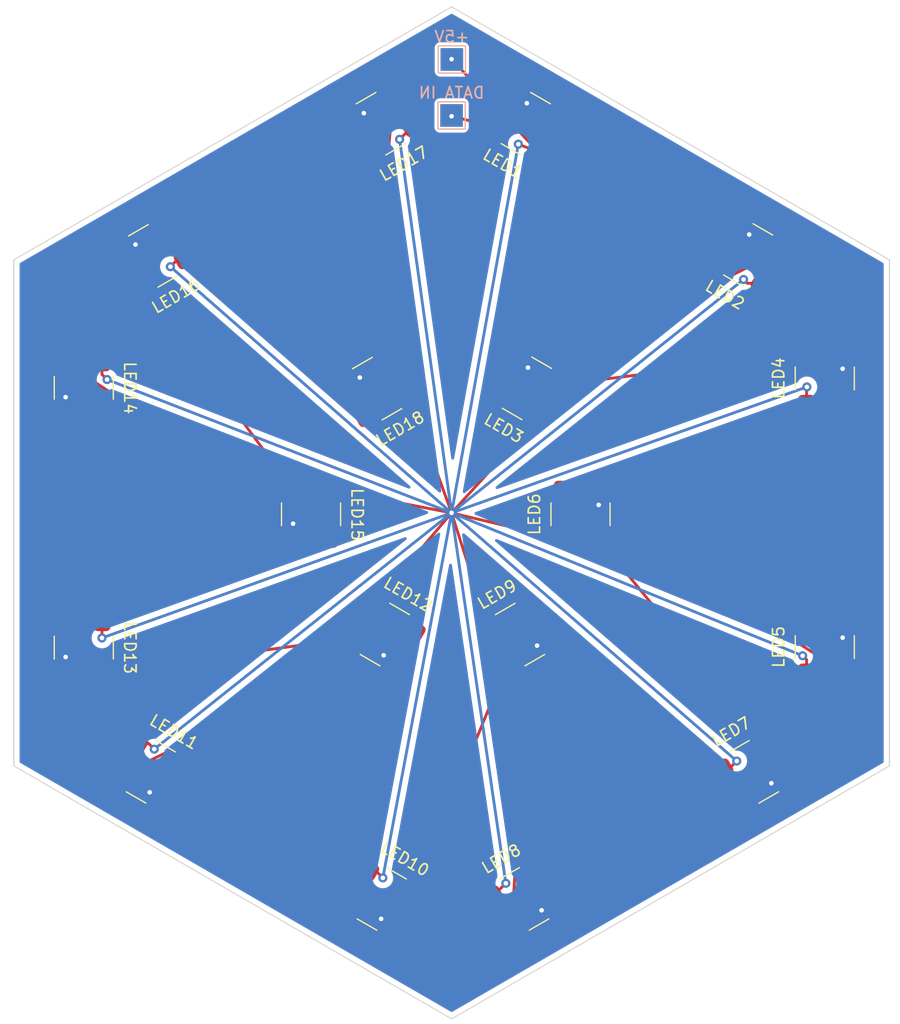
<source format=kicad_pcb>
(kicad_pcb (version 20211014) (generator pcbnew)
  (layers (0 "F.Cu" signal) (31 "B.Cu" signal) (34 "B.Paste" user) (35 "F.Paste" user) (36 "B.SilkS" user "B.Silkscreen") (37 "F.SilkS" user "F.Silkscreen") (38 "B.Mask" user) (39 "F.Mask" user) (44 "Edge.Cuts" user))
  (net 0 "")
  (net 1 "+5V")
  (net 2 "Net-(LED1-Pad2)")
  (net 3 "GND")
  (net 4 "Data IN")
  (net 5 "Net-(LED2-Pad2)")
  (net 6 "Net-(LED4-Pad2)")
  (net 7 "Net-(LED8-Pad2)")
  (net 8 "Net-(LED10-Pad4)")
  (net 9 "Net-(LED10-Pad2)")
  (net 10 "Net-(LED12-Pad2)")
  (net 11 "Net-(LED13-Pad2)")
  (net 12 "Net-(LED15-Pad2)")
  (net 13 "Net-(LED17-Pad2)")
  (net 14 "Net-(LED3-Pad2)")
  (net 15 "Net-(LED5-Pad2)")
  (net 16 "Net-(LED6-Pad2)")
  (net 17 "Net-(LED7-Pad2)")
  (net 18 "Net-(LED11-Pad2)")
  (net 19 "Net-(LED14-Pad2)")
  (net 20 "Net-(LED16-Pad2)")
  (footprint "Components:LED_SK6812RGBW_5050Metric_Pad1.5x1.5mm_HandSolder" (layer "F.Cu") (at 183.025 89.325 90)
    (fp_text reference "LED4" (at 0.01 -4.06 90 unlocked) (layer "F.SilkS"))
    (fp_text value "LED_SK6812RGBW_5050Metric_Pad1.5x1.5mm_HandSolder" hide)
    (fp_line (start -1 -2.6) (end 1 -2.6) (layer "F.SilkS") (width 0.12))
    (fp_line (start -1 2.6) (end 1 2.6) (layer "F.SilkS") (width 0.12))
    (pad "1" smd roundrect (at -2.2 -1.6 90) (size 1.5 1.5) (layers "F.Cu" "F.Paste" "F.Mask") (net 1 "+5V"))
    (pad "2" smd roundrect (at -2.2 1.6 90) (size 1.5 1.5) (layers "F.Cu" "F.Paste" "F.Mask") (net 6 "Net-(LED4-Pad2)"))
    (pad "3" smd roundrect (at 2.2 1.6 90) (size 1.5 1.5) (layers "F.Cu" "F.Paste" "F.Mask") (net 3 "GND"))
    (pad "4" smd roundrect (at 2.2 -1.6 90) (size 1.5 1.5) (layers "F.Cu" "F.Paste" "F.Mask") (net 14 "Net-(LED3-Pad2)"))
  )
  (footprint "Components:LED_SK6812RGBW_5050Metric_Pad1.5x1.5mm_HandSolder" (layer "F.Cu") (at 156.575 135.1 30)
    (fp_text reference "LED8" (at 0.01 -4.06 30 unlocked) (layer "F.SilkS"))
    (fp_text value "LED_SK6812RGBW_5050Metric_Pad1.5x1.5mm_HandSolder" hide)
    (fp_line (start -1 2.6) (end 1 2.6) (layer "F.SilkS") (width 0.12))
    (fp_line (start -1 -2.6) (end 1 -2.6) (layer "F.SilkS") (width 0.12))
    (pad "1" smd roundrect (at -2.2 -1.6 30) (size 1.5 1.5) (layers "F.Cu" "F.Paste" "F.Mask") (net 1 "+5V"))
    (pad "2" smd roundrect (at -2.2 1.6 30) (size 1.5 1.5) (layers "F.Cu" "F.Paste" "F.Mask") (net 7 "Net-(LED8-Pad2)"))
    (pad "3" smd roundrect (at 2.2 1.6 30) (size 1.5 1.5) (layers "F.Cu" "F.Paste" "F.Mask") (net 3 "GND"))
    (pad "4" smd roundrect (at 2.2 -1.6 30) (size 1.5 1.5) (layers "F.Cu" "F.Paste" "F.Mask") (net 17 "Net-(LED7-Pad2)"))
  )
  (footprint "Components:LED_SK6812RGBW_5050Metric_Pad1.5x1.5mm_HandSolder" (layer "F.Cu") (at 143.625 90.225 -150)
    (fp_text reference "LED18" (at 0.01 -4.06 -330 unlocked) (layer "F.SilkS"))
    (fp_text value "LED_SK6812RGBW_5050Metric_Pad1.5x1.5mm_HandSolder" hide)
    (fp_line (start -1 -2.6) (end 1 -2.6) (layer "F.SilkS") (width 0.12))
    (fp_line (start -1 2.6) (end 1 2.6) (layer "F.SilkS") (width 0.12))
    (pad "1" smd roundrect (at -2.2 -1.6 210) (size 1.5 1.5) (layers "F.Cu" "F.Paste" "F.Mask") (net 1 "+5V"))
    (pad "2" smd roundrect (at -2.2 1.6 210) (size 1.5 1.5) (layers "F.Cu" "F.Paste" "F.Mask"))
    (pad "3" smd roundrect (at 2.2 1.6 210) (size 1.5 1.5) (layers "F.Cu" "F.Paste" "F.Mask") (net 3 "GND"))
    (pad "4" smd roundrect (at 2.2 -1.6 210) (size 1.5 1.5) (layers "F.Cu" "F.Paste" "F.Mask") (net 13 "Net-(LED17-Pad2)"))
  )
  (footprint "Components:LED_SK6812RGBW_5050Metric_Pad1.5x1.5mm_HandSolder" (layer "F.Cu") (at 117.8 90.15 -90)
    (fp_text reference "LED14" (at 0.01 -4.06 -90 unlocked) (layer "F.SilkS"))
    (fp_text value "LED_SK6812RGBW_5050Metric_Pad1.5x1.5mm_HandSolder" hide)
    (fp_line (start -1 -2.6) (end 1 -2.6) (layer "F.SilkS") (width 0.12))
    (fp_line (start -1 2.6) (end 1 2.6) (layer "F.SilkS") (width 0.12))
    (pad "1" smd roundrect (at -2.2 -1.6 270) (size 1.5 1.5) (layers "F.Cu" "F.Paste" "F.Mask") (net 1 "+5V"))
    (pad "2" smd roundrect (at -2.2 1.6 270) (size 1.5 1.5) (layers "F.Cu" "F.Paste" "F.Mask") (net 19 "Net-(LED14-Pad2)"))
    (pad "3" smd roundrect (at 2.2 1.6 270) (size 1.5 1.5) (layers "F.Cu" "F.Paste" "F.Mask") (net 3 "GND"))
    (pad "4" smd roundrect (at 2.2 -1.6 270) (size 1.5 1.5) (layers "F.Cu" "F.Paste" "F.Mask") (net 11 "Net-(LED13-Pad2)"))
  )
  (footprint "Components:LED_SK6812RGBW_5050Metric_Pad1.5x1.5mm_HandSolder" (layer "F.Cu") (at 156.705935 66.925 150)
    (fp_text reference "LED1" (at 0.01 -4.06 -30 unlocked) (layer "F.SilkS"))
    (fp_text value "LED_SK6812RGBW_5050Metric_Pad1.5x1.5mm_HandSolder" hide)
    (fp_line (start -1 2.6) (end 1 2.6) (layer "F.SilkS") (width 0.12))
    (fp_line (start -1 -2.6) (end 1 -2.6) (layer "F.SilkS") (width 0.12))
    (pad "1" smd roundrect (at -2.2 -1.6 150) (size 1.5 1.5) (layers "F.Cu" "F.Paste" "F.Mask") (net 1 "+5V"))
    (pad "2" smd roundrect (at -2.2 1.6 150) (size 1.5 1.5) (layers "F.Cu" "F.Paste" "F.Mask") (net 2 "Net-(LED1-Pad2)"))
    (pad "3" smd roundrect (at 2.2 1.6 150) (size 1.5 1.5) (layers "F.Cu" "F.Paste" "F.Mask") (net 3 "GND"))
    (pad "4" smd roundrect (at 2.2 -1.6 150) (size 1.5 1.5) (layers "F.Cu" "F.Paste" "F.Mask") (net 4 "Data IN"))
  )
  (footprint "Components:LED_SK6812RGBW_5050Metric_Pad1.5x1.5mm_HandSolder" (layer "F.Cu") (at 144.025 135.1 -30)
    (fp_text reference "LED10" (at 0.01 -4.06 -30 unlocked) (layer "F.SilkS"))
    (fp_text value "LED_SK6812RGBW_5050Metric_Pad1.5x1.5mm_HandSolder" hide)
    (fp_line (start -1 -2.6) (end 1 -2.6) (layer "F.SilkS") (width 0.12))
    (fp_line (start -1 2.6) (end 1 2.6) (layer "F.SilkS") (width 0.12))
    (pad "1" smd roundrect (at -2.2 -1.6 330) (size 1.5 1.5) (layers "F.Cu" "F.Paste" "F.Mask") (net 1 "+5V"))
    (pad "2" smd roundrect (at -2.2 1.6 330) (size 1.5 1.5) (layers "F.Cu" "F.Paste" "F.Mask") (net 9 "Net-(LED10-Pad2)"))
    (pad "3" smd roundrect (at 2.2 1.6 330) (size 1.5 1.5) (layers "F.Cu" "F.Paste" "F.Mask") (net 3 "GND"))
    (pad "4" smd roundrect (at 2.2 -1.6 330) (size 1.5 1.5) (layers "F.Cu" "F.Paste" "F.Mask") (net 8 "Net-(LED10-Pad4)"))
  )
  (footprint "Components:LED_SK6812RGBW_5050Metric_Pad1.5x1.5mm_HandSolder" (layer "F.Cu") (at 183.025 112.95 90)
    (fp_text reference "LED5" (at 0.01 -4.06 90 unlocked) (layer "F.SilkS"))
    (fp_text value "LED_SK6812RGBW_5050Metric_Pad1.5x1.5mm_HandSolder" hide)
    (fp_line (start -1 2.6) (end 1 2.6) (layer "F.SilkS") (width 0.12))
    (fp_line (start -1 -2.6) (end 1 -2.6) (layer "F.SilkS") (width 0.12))
    (pad "1" smd roundrect (at -2.2 -1.6 90) (size 1.5 1.5) (layers "F.Cu" "F.Paste" "F.Mask") (net 1 "+5V"))
    (pad "2" smd roundrect (at -2.2 1.6 90) (size 1.5 1.5) (layers "F.Cu" "F.Paste" "F.Mask") (net 15 "Net-(LED5-Pad2)"))
    (pad "3" smd roundrect (at 2.2 1.6 90) (size 1.5 1.5) (layers "F.Cu" "F.Paste" "F.Mask") (net 3 "GND"))
    (pad "4" smd roundrect (at 2.2 -1.6 90) (size 1.5 1.5) (layers "F.Cu" "F.Paste" "F.Mask") (net 6 "Net-(LED4-Pad2)"))
  )
  (footprint "Components:LED_SK6812RGBW_5050Metric_Pad1.5x1.5mm_HandSolder" (layer "F.Cu") (at 176.280935 78.475 150)
    (fp_text reference "LED2" (at 0.01 -4.06 330 unlocked) (layer "F.SilkS"))
    (fp_text value "LED_SK6812RGBW_5050Metric_Pad1.5x1.5mm_HandSolder" hide)
    (fp_line (start -1 2.6) (end 1 2.6) (layer "F.SilkS") (width 0.12))
    (fp_line (start -1 -2.6) (end 1 -2.6) (layer "F.SilkS") (width 0.12))
    (pad "1" smd roundrect (at -2.2 -1.6 150) (size 1.5 1.5) (layers "F.Cu" "F.Paste" "F.Mask") (net 1 "+5V"))
    (pad "2" smd roundrect (at -2.2 1.6 150) (size 1.5 1.5) (layers "F.Cu" "F.Paste" "F.Mask") (net 5 "Net-(LED2-Pad2)"))
    (pad "3" smd roundrect (at 2.2 1.6 150) (size 1.5 1.5) (layers "F.Cu" "F.Paste" "F.Mask") (net 3 "GND"))
    (pad "4" smd roundrect (at 2.2 -1.6 150) (size 1.5 1.5) (layers "F.Cu" "F.Paste" "F.Mask") (net 2 "Net-(LED1-Pad2)"))
  )
  (footprint "Components:LED_SK6812RGBW_5050Metric_Pad1.5x1.5mm_HandSolder" (layer "F.Cu") (at 123.9 78.55 -150)
    (fp_text reference "LED16" (at 0.01 -4.06 30 unlocked) (layer "F.SilkS"))
    (fp_text value "LED_SK6812RGBW_5050Metric_Pad1.5x1.5mm_HandSolder" hide)
    (fp_line (start -1 -2.6) (end 1 -2.6) (layer "F.SilkS") (width 0.12))
    (fp_line (start -1 2.6) (end 1 2.6) (layer "F.SilkS") (width 0.12))
    (pad "1" smd roundrect (at -2.2 -1.6 210) (size 1.5 1.5) (layers "F.Cu" "F.Paste" "F.Mask") (net 1 "+5V"))
    (pad "2" smd roundrect (at -2.2 1.6 210) (size 1.5 1.5) (layers "F.Cu" "F.Paste" "F.Mask") (net 20 "Net-(LED16-Pad2)"))
    (pad "3" smd roundrect (at 2.2 1.6 210) (size 1.5 1.5) (layers "F.Cu" "F.Paste" "F.Mask") (net 3 "GND"))
    (pad "4" smd roundrect (at 2.2 -1.6 210) (size 1.5 1.5) (layers "F.Cu" "F.Paste" "F.Mask") (net 12 "Net-(LED15-Pad2)"))
  )
  (footprint "Components:LED_SK6812RGBW_5050Metric_Pad1.5x1.5mm_HandSolder" (layer "F.Cu") (at 123.7 123.925 -30)
    (fp_text reference "LED11" (at 0.01 -4.06 -30 unlocked) (layer "F.SilkS"))
    (fp_text value "LED_SK6812RGBW_5050Metric_Pad1.5x1.5mm_HandSolder" hide)
    (fp_line (start -1 -2.6) (end 1 -2.6) (layer "F.SilkS") (width 0.12))
    (fp_line (start -1 2.6) (end 1 2.6) (layer "F.SilkS") (width 0.12))
    (pad "1" smd roundrect (at -2.2 -1.6 330) (size 1.5 1.5) (layers "F.Cu" "F.Paste" "F.Mask") (net 1 "+5V"))
    (pad "2" smd roundrect (at -2.2 1.6 330) (size 1.5 1.5) (layers "F.Cu" "F.Paste" "F.Mask") (net 18 "Net-(LED11-Pad2)"))
    (pad "3" smd roundrect (at 2.2 1.6 330) (size 1.5 1.5) (layers "F.Cu" "F.Paste" "F.Mask") (net 3 "GND"))
    (pad "4" smd roundrect (at 2.2 -1.6 330) (size 1.5 1.5) (layers "F.Cu" "F.Paste" "F.Mask") (net 9 "Net-(LED10-Pad2)"))
  )
  (footprint "Components:LED_SK6812RGBW_5050Metric_Pad1.5x1.5mm_HandSolder" (layer "F.Cu") (at 144.3 111.85 -30)
    (fp_text reference "LED12" (at 0.01 -4.06 -30 unlocked) (layer "F.SilkS"))
    (fp_text value "LED_SK6812RGBW_5050Metric_Pad1.5x1.5mm_HandSolder" hide)
    (fp_line (start -1 2.6) (end 1 2.6) (layer "F.SilkS") (width 0.12))
    (fp_line (start -1 -2.6) (end 1 -2.6) (layer "F.SilkS") (width 0.12))
    (pad "1" smd roundrect (at -2.2 -1.6 330) (size 1.5 1.5) (layers "F.Cu" "F.Paste" "F.Mask") (net 1 "+5V"))
    (pad "2" smd roundrect (at -2.2 1.6 330) (size 1.5 1.5) (layers "F.Cu" "F.Paste" "F.Mask") (net 10 "Net-(LED12-Pad2)"))
    (pad "3" smd roundrect (at 2.2 1.6 330) (size 1.5 1.5) (layers "F.Cu" "F.Paste" "F.Mask") (net 3 "GND"))
    (pad "4" smd roundrect (at 2.2 -1.6 330) (size 1.5 1.5) (layers "F.Cu" "F.Paste" "F.Mask") (net 18 "Net-(LED11-Pad2)"))
  )
  (footprint "Components:LED_SK6812RGBW_5050Metric_Pad1.5x1.5mm_HandSolder" (layer "F.Cu") (at 143.95 66.925 -150)
    (fp_text reference "LED17" (at 0.01 -4.06 -330 unlocked) (layer "F.SilkS"))
    (fp_text value "LED_SK6812RGBW_5050Metric_Pad1.5x1.5mm_HandSolder" hide)
    (fp_line (start -1 -2.6) (end 1 -2.6) (layer "F.SilkS") (width 0.12))
    (fp_line (start -1 2.6) (end 1 2.6) (layer "F.SilkS") (width 0.12))
    (pad "1" smd roundrect (at -2.2 -1.6 210) (size 1.5 1.5) (layers "F.Cu" "F.Paste" "F.Mask") (net 1 "+5V"))
    (pad "2" smd roundrect (at -2.2 1.6 210) (size 1.5 1.5) (layers "F.Cu" "F.Paste" "F.Mask") (net 13 "Net-(LED17-Pad2)"))
    (pad "3" smd roundrect (at 2.2 1.6 210) (size 1.5 1.5) (layers "F.Cu" "F.Paste" "F.Mask") (net 3 "GND"))
    (pad "4" smd roundrect (at 2.2 -1.6 210) (size 1.5 1.5) (layers "F.Cu" "F.Paste" "F.Mask") (net 20 "Net-(LED16-Pad2)"))
  )
  (footprint "Components:LED_SK6812RGBW_5050Metric_Pad1.5x1.5mm_HandSolder" (layer "F.Cu") (at 156.2 111.85 30)
    (fp_text reference "LED9" (at 0.01 -4.06 30 unlocked) (layer "F.SilkS"))
    (fp_text value "LED_SK6812RGBW_5050Metric_Pad1.5x1.5mm_HandSolder" hide)
    (fp_line (start -1 -2.6) (end 1 -2.6) (layer "F.SilkS") (width 0.12))
    (fp_line (start -1 2.6) (end 1 2.6) (layer "F.SilkS") (width 0.12))
    (pad "1" smd roundrect (at -2.2 -1.6 30) (size 1.5 1.5) (layers "F.Cu" "F.Paste" "F.Mask") (net 1 "+5V"))
    (pad "2" smd roundrect (at -2.2 1.6 30) (size 1.5 1.5) (layers "F.Cu" "F.Paste" "F.Mask") (net 8 "Net-(LED10-Pad4)"))
    (pad "3" smd roundrect (at 2.2 1.6 30) (size 1.5 1.5) (layers "F.Cu" "F.Paste" "F.Mask") (net 3 "GND"))
    (pad "4" smd roundrect (at 2.2 -1.6 30) (size 1.5 1.5) (layers "F.Cu" "F.Paste" "F.Mask") (net 7 "Net-(LED8-Pad2)"))
  )
  (footprint "Components:LED_SK6812RGBW_5050Metric_Pad1.5x1.5mm_HandSolder" (layer "F.Cu") (at 161.525 101.275 90)
    (fp_text reference "LED6" (at 0.01 -4.06 90 unlocked) (layer "F.SilkS"))
    (fp_text value "LED_SK6812RGBW_5050Metric_Pad1.5x1.5mm_HandSolder" hide)
    (fp_line (start -1 2.6) (end 1 2.6) (layer "F.SilkS") (width 0.12))
    (fp_line (start -1 -2.6) (end 1 -2.6) (layer "F.SilkS") (width 0.12))
    (pad "1" smd roundrect (at -2.2 -1.6 90) (size 1.5 1.5) (layers "F.Cu" "F.Paste" "F.Mask") (net 1 "+5V"))
    (pad "2" smd roundrect (at -2.2 1.6 90) (size 1.5 1.5) (layers "F.Cu" "F.Paste" "F.Mask") (net 16 "Net-(LED6-Pad2)"))
    (pad "3" smd roundrect (at 2.2 1.6 90) (size 1.5 1.5) (layers "F.Cu" "F.Paste" "F.Mask") (net 3 "GND"))
    (pad "4" smd roundrect (at 2.2 -1.6 90) (size 1.5 1.5) (layers "F.Cu" "F.Paste" "F.Mask") (net 15 "Net-(LED5-Pad2)"))
  )
  (footprint "Components:LED_SK6812RGBW_5050Metric_Pad1.5x1.5mm_HandSolder" (layer "F.Cu") (at 156.805935 90.2 150)
    (fp_text reference "LED3" (at 0.01 -4.06 330 unlocked) (layer "F.SilkS"))
    (fp_text value "LED_SK6812RGBW_5050Metric_Pad1.5x1.5mm_HandSolder" hide)
    (fp_line (start -1 -2.6) (end 1 -2.6) (layer "F.SilkS") (width 0.12))
    (fp_line (start -1 2.6) (end 1 2.6) (layer "F.SilkS") (width 0.12))
    (pad "1" smd roundrect (at -2.2 -1.6 150) (size 1.5 1.5) (layers "F.Cu" "F.Paste" "F.Mask") (net 1 "+5V"))
    (pad "2" smd roundrect (at -2.2 1.6 150) (size 1.5 1.5) (layers "F.Cu" "F.Paste" "F.Mask") (net 14 "Net-(LED3-Pad2)"))
    (pad "3" smd roundrect (at 2.2 1.6 150) (size 1.5 1.5) (layers "F.Cu" "F.Paste" "F.Mask") (net 3 "GND"))
    (pad "4" smd roundrect (at 2.2 -1.6 150) (size 1.5 1.5) (layers "F.Cu" "F.Paste" "F.Mask") (net 5 "Net-(LED2-Pad2)"))
  )
  (footprint "Components:LED_SK6812RGBW_5050Metric_Pad1.5x1.5mm_HandSolder" (layer "F.Cu") (at 117.8 113 -90)
    (fp_text reference "LED13" (at 0.01 -4.06 -90 unlocked) (layer "F.SilkS"))
    (fp_text value "LED_SK6812RGBW_5050Metric_Pad1.5x1.5mm_HandSolder" hide)
    (fp_line (start -1 -2.6) (end 1 -2.6) (layer "F.SilkS") (width 0.12))
    (fp_line (start -1 2.6) (end 1 2.6) (layer "F.SilkS") (width 0.12))
    (pad "1" smd roundrect (at -2.2 -1.6 270) (size 1.5 1.5) (layers "F.Cu" "F.Paste" "F.Mask") (net 1 "+5V"))
    (pad "2" smd roundrect (at -2.2 1.6 270) (size 1.5 1.5) (layers "F.Cu" "F.Paste" "F.Mask") (net 11 "Net-(LED13-Pad2)"))
    (pad "3" smd roundrect (at 2.2 1.6 270) (size 1.5 1.5) (layers "F.Cu" "F.Paste" "F.Mask") (net 3 "GND"))
    (pad "4" smd roundrect (at 2.2 -1.6 270) (size 1.5 1.5) (layers "F.Cu" "F.Paste" "F.Mask") (net 10 "Net-(LED12-Pad2)"))
  )
  (footprint "Components:LED_SK6812RGBW_5050Metric_Pad1.5x1.5mm_HandSolder" (layer "F.Cu") (at 176.8 123.925 30)
    (fp_text reference "LED7" (at 0.01 -4.06 30 unlocked) (layer "F.SilkS"))
    (fp_text value "LED_SK6812RGBW_5050Metric_Pad1.5x1.5mm_HandSolder" hide)
    (fp_line (start -1 2.6) (end 1 2.6) (layer "F.SilkS") (width 0.12))
    (fp_line (start -1 -2.6) (end 1 -2.6) (layer "F.SilkS") (width 0.12))
    (pad "1" smd roundrect (at -2.2 -1.6 30) (size 1.5 1.5) (layers "F.Cu" "F.Paste" "F.Mask") (net 1 "+5V"))
    (pad "2" smd roundrect (at -2.2 1.6 30) (size 1.5 1.5) (layers "F.Cu" "F.Paste" "F.Mask") (net 17 "Net-(LED7-Pad2)"))
    (pad "3" smd roundrect (at 2.2 1.6 30) (size 1.5 1.5) (layers "F.Cu" "F.Paste" "F.Mask") (net 3 "GND"))
    (pad "4" smd roundrect (at 2.2 -1.6 30) (size 1.5 1.5) (layers "F.Cu" "F.Paste" "F.Mask") (net 16 "Net-(LED6-Pad2)"))
  )
  (footprint "Components:LED_SK6812RGBW_5050Metric_Pad1.5x1.5mm_HandSolder" (layer "F.Cu") (at 137.805935 101.275 -90)
    (fp_text reference "LED15" (at 0.01 -4.06 -90 unlocked) (layer "F.SilkS"))
    (fp_text value "LED_SK6812RGBW_5050Metric_Pad1.5x1.5mm_HandSolder" hide)
    (fp_line (start -1 2.6) (end 1 2.6) (layer "F.SilkS") (width 0.12))
    (fp_line (start -1 -2.6) (end 1 -2.6) (layer "F.SilkS") (width 0.12))
    (pad "1" smd roundrect (at -2.2 -1.6 270) (size 1.5 1.5) (layers "F.Cu" "F.Paste" "F.Mask") (net 1 "+5V"))
    (pad "2" smd roundrect (at -2.2 1.6 270) (size 1.5 1.5) (layers "F.Cu" "F.Paste" "F.Mask") (net 12 "Net-(LED15-Pad2)"))
    (pad "3" smd roundrect (at 2.2 1.6 270) (size 1.5 1.5) (layers "F.Cu" "F.Paste" "F.Mask") (net 3 "GND"))
    (pad "4" smd roundrect (at 2.2 -1.6 270) (size 1.5 1.5) (layers "F.Cu" "F.Paste" "F.Mask") (net 19 "Net-(LED14-Pad2)"))
  )
  (footprint "TestPoint:TestPoint_Pad_2.0x2.0mm" (layer "B.Cu") (at 150.2 61.275 180)
    (fp_text reference "+5V" (at 0 1.998) (layer "B.SilkS") (effects (justify mirror)))
    (fp_text value "TestPoint_Pad_2.0x2.0mm" hide)
    (fp_line (start 1.2 1.2) (end 1.2 -1.2) (layer "B.SilkS") (width 0.12))
    (fp_line (start 1.2 -1.2) (end -1.2 -1.2) (layer "B.SilkS") (width 0.12))
    (fp_line (start -1.2 -1.2) (end -1.2 1.2) (layer "B.SilkS") (width 0.12))
    (fp_line (start -1.2 1.2) (end 1.2 1.2) (layer "B.SilkS") (width 0.12))
    (pad "1" smd rect (at 0 0 180) (size 2 2) (layers "B.Cu" "B.Mask"))
  )
  (footprint "TestPoint:TestPoint_Pad_2.0x2.0mm" (layer "B.Cu") (at 150.175 66.2 180)
    (fp_text reference "DATA IN" (at 0 1.998) (layer "B.SilkS") (effects (justify mirror)))
    (fp_text value "TestPoint_Pad_2.0x2.0mm" hide)
    (fp_line (start 1.2 1.2) (end 1.2 -1.2) (layer "B.SilkS") (width 0.12))
    (fp_line (start 1.2 -1.2) (end -1.2 -1.2) (layer "B.SilkS") (width 0.12))
    (fp_line (start -1.2 -1.2) (end -1.2 1.2) (layer "B.SilkS") (width 0.12))
    (fp_line (start -1.2 1.2) (end 1.2 1.2) (layer "B.SilkS") (width 0.12))
    (pad "1" smd rect (at 0 0 180) (size 2 2) (layers "B.Cu" "B.Mask"))
  )
  (gr_line (start 150.180935 56.65) (end 111.642805 78.9) (layer "Edge.Cuts") (width 0.1))
  (gr_line (start 111.642805 123.4) (end 150.180935 145.65) (layer "Edge.Cuts") (width 0.1))
  (gr_line (start 188.719065 78.9) (end 150.180935 56.65) (layer "Edge.Cuts") (width 0.1))
  (gr_line (start 188.719065 123.4) (end 188.719065 78.9) (layer "Edge.Cuts") (width 0.1))
  (gr_line (start 111.642805 123.4) (end 111.642805 78.9) (layer "Edge.Cuts") (width 0.1))
  (gr_line (start 150.180935 145.65) (end 188.719066 123.4) (layer "Edge.Cuts") (width 0.1))
  (segment (start 143.489359 132.614359) (end 144.125 133.25) (width 0.25) (layer "F.Cu") (net 1))
  (segment (start 181.425 114.064031) (end 181.425 115.15) (width 0.25) (layer "F.Cu") (net 1))
  (segment (start 157.811191 69.410641) (end 156.05 68.725) (width 0.25) (layer "F.Cu") (net 1))
  (segment (start 146.655256 67.244744) (end 145.6 68.3) (width 0.25) (layer "F.Cu") (net 1))
  (segment (start 177.386191 80.960641) (end 176.210641 80.960641) (width 0.25) (layer "F.Cu") (net 1))
  (segment (start 181.425 91.525) (end 181.425 90.1) (width 0.25) (layer "F.Cu") (net 1))
  (segment (start 153.869744 134.814359) (end 153.869744 134.805256) (width 0.25) (layer "F.Cu") (net 1))
  (segment (start 146.330256 90.510641) (end 150.175 101.15) (width 0.25) (layer "F.Cu") (net 1))
  (segment (start 176.210641 80.960641) (end 175.875 80.625) (width 0.25) (layer "F.Cu") (net 1))
  (segment (start 143.194744 109.364359) (end 143.310641 109.364359) (width 0.25) (layer "F.Cu") (net 1))
  (segment (start 126.605256 78.835641) (end 126.089359 78.835641) (width 0.25) (layer "F.Cu") (net 1))
  (segment (start 153.494744 111.564359) (end 150.175 101.15) (width 0.25) (layer "F.Cu") (net 1))
  (segment (start 143.194744 109.364359) (end 150.175 101.15) (width 0.25) (layer "F.Cu") (net 1))
  (segment (start 159.925 103.475) (end 150.175 101.15) (width 0.25) (layer "F.Cu") (net 1))
  (segment (start 146.655256 67.210641) (end 146.655256 67.244744) (width 0.25) (layer "F.Cu") (net 1))
  (segment (start 157.811191 69.410641) (end 150.175 61.25) (width 0.25) (layer "F.Cu") (net 1))
  (segment (start 119.4 88.975) (end 119.85 89.425) (width 0.25) (layer "F.Cu") (net 1))
  (segment (start 139.405935 99.075) (end 150.175 101.15) (width 0.25) (layer "F.Cu") (net 1))
  (segment (start 174.094744 123.639359) (end 174.610641 123.639359) (width 0.25) (layer "F.Cu") (net 1))
  (segment (start 124.002495 121.929097) (end 123.512757 121.439359) (width 0.25) (layer "F.Cu") (net 1))
  (segment (start 181.425 90.1) (end 181.45 90.075) (width 0.25) (layer "F.Cu") (net 1))
  (segment (start 181.075702 113.714733) (end 181.425 114.064031) (width 0.25) (layer "F.Cu") (net 1))
  (segment (start 119.4 110.8) (end 119.4 112.15) (width 0.25) (layer "F.Cu") (net 1))
  (segment (start 174.610641 123.639359) (end 175.275 122.975) (width 0.25) (layer "F.Cu") (net 1))
  (segment (start 153.869744 134.805256) (end 154.95 133.725) (width 0.25) (layer "F.Cu") (net 1))
  (segment (start 157.911191 92.685641) (end 150.175 101.15) (width 0.25) (layer "F.Cu") (net 1))
  (segment (start 123.512757 121.439359) (end 122.594744 121.439359) (width 0.25) (layer "F.Cu") (net 1))
  (segment (start 126.089359 78.835641) (end 125.425 79.5) (width 0.25) (layer "F.Cu") (net 1))
  (segment (start 157.911191 92.685641) (end 157.911191 93.138809) (width 0.25) (layer "F.Cu") (net 1))
  (segment (start 119.4 87.95) (end 119.4 88.975) (width 0.25) (layer "F.Cu") (net 1))
  (segment (start 142.919744 132.614359) (end 143.489359 132.614359) (width 0.25) (layer "F.Cu") (net 1))
  (via (at 124.002495 121.929097) (size 0.8) (drill 0.4) (layers "F.Cu" "B.Cu") (net 1))
  (via (at 175.875 80.625) (size 0.8) (drill 0.4) (layers "F.Cu" "B.Cu") (net 1))
  (via (at 181.075702 113.714733) (size 0.8) (drill 0.4) (layers "F.Cu" "B.Cu") (net 1))
  (via (at 119.85 89.425) (size 0.8) (drill 0.4) (layers "F.Cu" "B.Cu") (net 1))
  (via (at 181.45 90.075) (size 0.8) (drill 0.4) (layers "F.Cu" "B.Cu") (net 1))
  (via (at 150.175 61.25) (size 0.8) (drill 0.4) (layers "F.Cu" "B.Cu") (net 1))
  (via (at 144.125 133.25) (size 0.8) (drill 0.4) (layers "F.Cu" "B.Cu") (net 1))
  (via (at 150.175 101.15) (size 0.8) (drill 0.4) (layers "F.Cu" "B.Cu") (net 1))
  (via (at 125.425 79.5) (size 0.8) (drill 0.4) (layers "F.Cu" "B.Cu") (net 1))
  (via (at 156.05 68.725) (size 0.8) (drill 0.4) (layers "F.Cu" "B.Cu") (net 1))
  (via (at 145.6 68.3) (size 0.8) (drill 0.4) (layers "F.Cu" "B.Cu") (net 1))
  (via (at 175.275 122.975) (size 0.8) (drill 0.4) (layers "F.Cu" "B.Cu") (net 1))
  (via (at 154.95 133.725) (size 0.8) (drill 0.4) (layers "F.Cu" "B.Cu") (net 1))
  (via (at 119.4 112.15) (size 0.8) (drill 0.4) (layers "F.Cu" "B.Cu") (net 1))
  (segment (start 119.4 112.15) (end 150.175 101.15) (width 0.25) (layer "B.Cu") (net 1))
  (segment (start 125.425 79.5) (end 150.175 101.15) (width 0.25) (layer "B.Cu") (net 1))
  (segment (start 181.45 90.075) (end 150.175 101.15) (width 0.25) (layer "B.Cu") (net 1))
  (segment (start 119.85 89.425) (end 150.175 101.15) (width 0.25) (layer "B.Cu") (net 1))
  (segment (start 124.002495 121.929097) (end 150.175 101.15) (width 0.25) (layer "B.Cu") (net 1))
  (segment (start 175.875 80.625) (end 150.175 101.15) (width 0.25) (layer "B.Cu") (net 1))
  (segment (start 156.05 68.725) (end 150.175 101.15) (width 0.25) (layer "B.Cu") (net 1))
  (segment (start 181.075702 113.714733) (end 150.175 101.15) (width 0.25) (layer "B.Cu") (net 1))
  (segment (start 175.275 122.975) (end 150.175 101.15) (width 0.25) (layer "B.Cu") (net 1))
  (segment (start 144.125 133.25) (end 150.175 101.15) (width 0.25) (layer "B.Cu") (net 1))
  (segment (start 154.95 133.725) (end 150.175 101.15) (width 0.25) (layer "B.Cu") (net 1))
  (segment (start 145.6 68.3) (end 150.175 101.15) (width 0.25) (layer "B.Cu") (net 1))
  (segment (start 159.411191 66.639359) (end 173.575679 78.760641) (width 0.25) (layer "F.Cu") (net 2))
  (segment (start 155.600679 64.439359) (end 156.114359 64.439359) (width 0.25) (layer "F.Cu") (net 3))
  (segment (start 175.175679 75.989359) (end 175.689359 75.989359) (width 0.25) (layer "F.Cu") (net 3))
  (segment (start 155.700679 87.714359) (end 156.239359 87.714359) (width 0.25) (layer "F.Cu") (net 3))
  (segment (start 175.689359 75.989359) (end 176.375 76.675) (width 0.25) (layer "F.Cu") (net 3))
  (segment (start 136.205935 102.119065) (end 136.225 102.1) (width 0.25) (layer "F.Cu") (net 3))
  (segment (start 144.710641 137.585641) (end 143.975 136.85) (width 0.25) (layer "F.Cu") (net 3))
  (segment (start 124.805256 126.410641) (end 124.285641 126.410641) (width 0.25) (layer "F.Cu") (net 3))
  (segment (start 156.114359 64.439359) (end 156.8 65.125) (width 0.25) (layer "F.Cu") (net 3))
  (segment (start 179.039359 124.210641) (end 178.325 124.925) (width 0.25) (layer "F.Cu") (net 3))
  (segment (start 116.2 115.2) (end 116.2 113.825) (width 0.25) (layer "F.Cu") (net 3))
  (segment (start 184.625 88.45) (end 184.6 88.475) (width 0.25) (layer "F.Cu") (net 3))
  (segment (start 184.625 110.75) (end 184.625 112.1) (width 0.25) (layer "F.Cu") (net 3))
  (segment (start 158.389359 112.135641) (end 157.7 112.825) (width 0.25) (layer "F.Cu") (net 3))
  (segment (start 145.130256 137.585641) (end 144.710641 137.585641) (width 0.25) (layer "F.Cu") (net 3))
  (segment (start 121.194744 78.264359) (end 121.635641 78.264359) (width 0.25) (layer "F.Cu") (net 3))
  (segment (start 124.285641 126.410641) (end 123.6 125.725) (width 0.25) (layer "F.Cu") (net 3))
  (segment (start 163.125 99.075) (end 163.125 100.45) (width 0.25) (layer "F.Cu") (net 3))
  (segment (start 144.860641 114.335641) (end 144.2 113.675) (width 0.25) (layer "F.Cu") (net 3))
  (segment (start 156.239359 87.714359) (end 156.9 88.375) (width 0.25) (layer "F.Cu") (net 3))
  (segment (start 141.810641 66.639359) (end 142.45 66) (width 0.25) (layer "F.Cu") (net 3))
  (segment (start 159.280256 135.385641) (end 158.814359 135.385641) (width 0.25) (layer "F.Cu") (net 3))
  (segment (start 141.410641 89.939359) (end 142.1 89.25) (width 0.25) (layer "F.Cu") (net 3))
  (segment (start 184.625 87.125) (end 184.625 88.45) (width 0.25) (layer "F.Cu") (net 3))
  (segment (start 184.625 112.1) (end 184.6 112.125) (width 0.25) (layer "F.Cu") (net 3))
  (segment (start 136.205935 103.475) (end 136.205935 102.119065) (width 0.25) (layer "F.Cu") (net 3))
  (segment (start 145.405256 114.335641) (end 144.860641 114.335641) (width 0.25) (layer "F.Cu") (net 3))
  (segment (start 141.244744 66.639359) (end 141.810641 66.639359) (width 0.25) (layer "F.Cu") (net 3))
  (segment (start 121.635641 78.264359) (end 122.35 77.55) (width 0.25) (layer "F.Cu") (net 3))
  (segment (start 179.505256 124.210641) (end 179.039359 124.210641) (width 0.25) (layer "F.Cu") (net 3))
  (segment (start 158.905256 112.135641) (end 158.389359 112.135641) (width 0.25) (layer "F.Cu") (net 3))
  (segment (start 140.919744 89.939359) (end 141.410641 89.939359) (width 0.25) (layer "F.Cu") (net 3))
  (segment (start 116.2 92.35) (end 116.2 90.975) (width 0.25) (layer "F.Cu") (net 3))
  (segment (start 158.814359 135.385641) (end 158.1 136.1) (width 0.25) (layer "F.Cu") (net 3))
  (via (at 184.6 88.475) (size 0.8) (drill 0.4) (layers "F.Cu" "B.Cu") (net 3))
  (via (at 163.125 100.45) (size 0.8) (drill 0.4) (layers "F.Cu" "B.Cu") (net 3))
  (via (at 116.2 113.825) (size 0.8) (drill 0.4) (layers "F.Cu" "B.Cu") (net 3))
  (via (at 158.1 136.1) (size 0.8) (drill 0.4) (layers "F.Cu" "B.Cu") (net 3))
  (via (at 156.8 65.125) (size 0.8) (drill 0.4) (layers "F.Cu" "B.Cu") (net 3))
  (via (at 184.6 112.125) (size 0.8) (drill 0.4) (layers "F.Cu" "B.Cu") (net 3))
  (via (at 122.35 77.55) (size 0.8) (drill 0.4) (layers "F.Cu" "B.Cu") (net 3))
  (via (at 142.45 66) (size 0.8) (drill 0.4) (layers "F.Cu" "B.Cu") (net 3))
  (via (at 144.2 113.675) (size 0.8) (drill 0.4) (layers "F.Cu" "B.Cu") (net 3))
  (via (at 136.225 102.1) (size 0.8) (drill 0.4) (layers "F.Cu" "B.Cu") (net 3))
  (via (at 156.9 88.375) (size 0.8) (drill 0.4) (layers "F.Cu" "B.Cu") (net 3))
  (via (at 176.375 76.675) (size 0.8) (drill 0.4) (layers "F.Cu" "B.Cu") (net 3))
  (via (at 123.6 125.725) (size 0.8) (drill 0.4) (layers "F.Cu" "B.Cu") (net 3))
  (via (at 143.975 136.85) (size 0.8) (drill 0.4) (layers "F.Cu" "B.Cu") (net 3))
  (via (at 157.7 112.825) (size 0.8) (drill 0.4) (layers "F.Cu" "B.Cu") (net 3))
  (via (at 178.325 124.925) (size 0.8) (drill 0.4) (layers "F.Cu" "B.Cu") (net 3))
  (via (at 116.2 90.975) (size 0.8) (drill 0.4) (layers "F.Cu" "B.Cu") (net 3))
  (via (at 142.1 89.25) (size 0.8) (drill 0.4) (layers "F.Cu" "B.Cu") (net 3))
  (segment (start 154.000679 67.210641) (end 150.175 66.275) (width 0.25) (layer "F.Cu") (net 4))
  (via (at 150.175 66.275) (size 0.8) (drill 0.4) (layers "F.Cu" "B.Cu") (net 4))
  (segment (start 155.275 90.025) (end 154.100679 90.485641) (width 0.25) (layer "F.Cu") (net 5))
  (segment (start 178.986191 78.189359) (end 155.275 90.025) (width 0.25) (layer "F.Cu") (net 5))
  (segment (start 184.625 91.525) (end 181.425 110.75) (width 0.25) (layer "F.Cu") (net 6))
  (segment (start 157.037365 111.037635) (end 157.305256 109.364359) (width 0.25) (layer "F.Cu") (net 7))
  (segment (start 157.037365 111.237365) (end 157.037365 111.037635) (width 0.25) (layer "F.Cu") (net 7))
  (segment (start 157.037365 111.037635) (end 157.05 111.025) (width 0.25) (layer "F.Cu") (net 7))
  (segment (start 155.469744 137.585641) (end 157.037365 111.237365) (width 0.25) (layer "F.Cu") (net 7))
  (segment (start 155.094744 114.335641) (end 146.730256 134.814359) (width 0.25) (layer "F.Cu") (net 8))
  (segment (start 141.319744 135.385641) (end 126.405256 123.639359) (width 0.25) (layer "F.Cu") (net 9))
  (segment (start 141.594744 112.135641) (end 119.4 115.2) (width 0.25) (layer "F.Cu") (net 10))
  (segment (start 116.2 110.8) (end 119.4 92.35) (width 0.25) (layer "F.Cu") (net 11))
  (segment (start 136.205935 99.075) (end 122.794744 81.035641) (width 0.25) (layer "F.Cu") (net 12))
  (segment (start 145.055256 64.439359) (end 142.519744 92.710641) (width 0.25) (layer "F.Cu") (net 13))
  (segment (start 159.511191 89.914359) (end 181.425 87.125) (width 0.25) (layer "F.Cu") (net 14))
  (segment (start 184.625 115.15) (end 161.5 100.175) (width 0.25) (layer "F.Cu") (net 15))
  (segment (start 161.5 100.175) (end 159.925 99.075) (width 0.25) (layer "F.Cu") (net 15))
  (segment (start 163.125 103.475) (end 177.905256 121.439359) (width 0.25) (layer "F.Cu") (net 16))
  (segment (start 175.694744 126.410641) (end 157.680256 132.614359) (width 0.25) (layer "F.Cu") (net 17))
  (segment (start 145.9 112) (end 147.005256 111.564359) (width 0.25) (layer "F.Cu") (net 18))
  (segment (start 120.994744 124.210641) (end 145.9 112) (width 0.25) (layer "F.Cu") (net 18))
  (segment (start 138.104645 102.445355) (end 139.405935 103.475) (width 0.25) (layer "F.Cu") (net 19))
  (segment (start 116.2 87.95) (end 138.104645 102.445355) (width 0.25) (layer "F.Cu") (net 19))
  (segment (start 125.005256 76.064359) (end 142.844744 69.410641) (width 0.25) (layer "F.Cu") (net 20))
  (zone (net 3) (net_name "GND") (layer "B.Cu") (connect_pads (clearance 0.508)) (min_thickness 0.254) (fill yes (thermal_gap 0.508) (thermal_bridge_width 0.508))
    (polygon (pts (xy 189.531803 56.177826) (xy 189.656089 146.106625) (xy 110.425 146.1) (xy 110.425714 56.046201)))
  )
)
</source>
